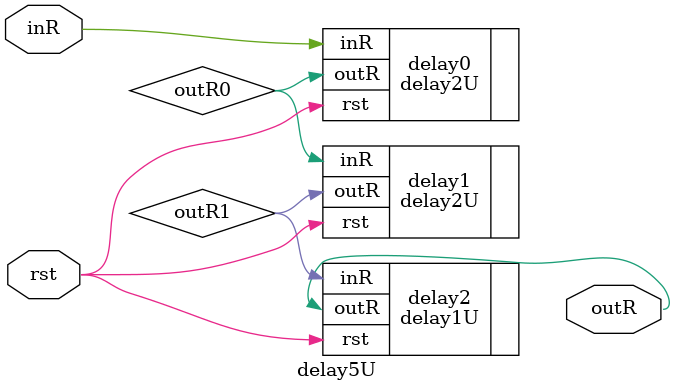
<source format=v>
`timescale 1ns / 1ps


module delay5U(
    inR, outR, rst
    );
    input inR;
    output outR;
    input rst;
    
    wire outR0,outR1;
    (*KEEP="TRUE"*)(*dont_touch = "yes"*)(*OPTIMIZE="OFF"*)delay2U delay0(.inR(inR), .outR(outR0), .rst(rst));
    (*KEEP="TRUE"*)(*dont_touch = "yes"*)(*OPTIMIZE="OFF"*)delay2U delay1(.inR(outR0), .outR(outR1), .rst(rst));
    (*KEEP="TRUE"*)(*dont_touch = "yes"*)(*OPTIMIZE="OFF"*)delay1U delay2(.inR(outR1), .outR(outR), .rst(rst));
    
endmodule

</source>
